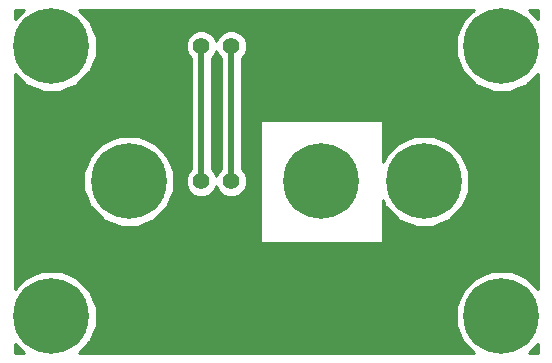
<source format=gtl>
G04 #@! TF.FileFunction,Copper,L1,Top,Signal*
%FSLAX46Y46*%
G04 Gerber Fmt 4.6, Leading zero omitted, Abs format (unit mm)*
G04 Created by KiCad (PCBNEW 4.0.4+e1-6308~48~ubuntu15.10.1-stable) date Fri Feb 24 14:21:57 2017*
%MOMM*%
%LPD*%
G01*
G04 APERTURE LIST*
%ADD10C,0.100000*%
%ADD11C,1.400000*%
%ADD12C,6.400000*%
%ADD13C,0.508000*%
%ADD14C,0.254000*%
G04 APERTURE END LIST*
D10*
D11*
X112395000Y-92075000D03*
X114935000Y-92075000D03*
X112395000Y-80645000D03*
X114935000Y-80645000D03*
D12*
X99695000Y-80645000D03*
X99695000Y-103505000D03*
X137795000Y-80645000D03*
X137795000Y-103505000D03*
X106245000Y-92075000D03*
X131245000Y-92075000D03*
X122555000Y-92075000D03*
D13*
X112395000Y-80645000D02*
X112395000Y-92075000D01*
X114935000Y-80645000D02*
X114935000Y-92075000D01*
D14*
G36*
X140895000Y-106605000D02*
X140117832Y-106605000D01*
X140895000Y-105829188D01*
X140895000Y-106605000D01*
X140895000Y-106605000D01*
G37*
X140895000Y-106605000D02*
X140117832Y-106605000D01*
X140895000Y-105829188D01*
X140895000Y-106605000D01*
G36*
X97370812Y-106605000D02*
X96595000Y-106605000D01*
X96595000Y-105827832D01*
X97370812Y-106605000D01*
X97370812Y-106605000D01*
G37*
X97370812Y-106605000D02*
X96595000Y-106605000D01*
X96595000Y-105827832D01*
X97370812Y-106605000D01*
G36*
X134583026Y-78432591D02*
X134558657Y-78450640D01*
X134554076Y-78461490D01*
X134545741Y-78469811D01*
X134257533Y-79163893D01*
X133965264Y-79856171D01*
X133965184Y-79867947D01*
X133960667Y-79878825D01*
X133960011Y-80630352D01*
X133954913Y-81381793D01*
X133959346Y-81392705D01*
X133959336Y-81404482D01*
X134246304Y-82098998D01*
X134529181Y-82795246D01*
X134541778Y-82814099D01*
X134541950Y-82814515D01*
X134542271Y-82814836D01*
X134558657Y-82839360D01*
X134589714Y-82862363D01*
X135582591Y-83856974D01*
X135600640Y-83881343D01*
X135611490Y-83885924D01*
X135619811Y-83894259D01*
X136313893Y-84182467D01*
X137006171Y-84474736D01*
X137017947Y-84474816D01*
X137028825Y-84479333D01*
X137780352Y-84479989D01*
X138531793Y-84485087D01*
X138542705Y-84480654D01*
X138554482Y-84480664D01*
X139248998Y-84193696D01*
X139945246Y-83910819D01*
X139964099Y-83898222D01*
X139964515Y-83898050D01*
X139964836Y-83897729D01*
X139989360Y-83881343D01*
X140012363Y-83850286D01*
X140895000Y-82969188D01*
X140895000Y-101182168D01*
X140007409Y-100293026D01*
X139989360Y-100268657D01*
X139978510Y-100264076D01*
X139970189Y-100255741D01*
X139276107Y-99967533D01*
X138583829Y-99675264D01*
X138572053Y-99675184D01*
X138561175Y-99670667D01*
X137809648Y-99670011D01*
X137058207Y-99664913D01*
X137047295Y-99669346D01*
X137035518Y-99669336D01*
X136341002Y-99956304D01*
X135644754Y-100239181D01*
X135625901Y-100251778D01*
X135625485Y-100251950D01*
X135625164Y-100252271D01*
X135600640Y-100268657D01*
X135577637Y-100299714D01*
X134583026Y-101292591D01*
X134558657Y-101310640D01*
X134554076Y-101321490D01*
X134545741Y-101329811D01*
X134257533Y-102023893D01*
X133965264Y-102716171D01*
X133965184Y-102727947D01*
X133960667Y-102738825D01*
X133960011Y-103490352D01*
X133954913Y-104241793D01*
X133959346Y-104252705D01*
X133959336Y-104264482D01*
X134246304Y-104958998D01*
X134529181Y-105655246D01*
X134541778Y-105674099D01*
X134541950Y-105674515D01*
X134542271Y-105674836D01*
X134558657Y-105699360D01*
X134589714Y-105722363D01*
X135470812Y-106605000D01*
X102017832Y-106605000D01*
X102906974Y-105717409D01*
X102931343Y-105699360D01*
X102935924Y-105688510D01*
X102944259Y-105680189D01*
X103232467Y-104986107D01*
X103524736Y-104293829D01*
X103524816Y-104282053D01*
X103529333Y-104271175D01*
X103529989Y-103519648D01*
X103535087Y-102768207D01*
X103530654Y-102757295D01*
X103530664Y-102745518D01*
X103243696Y-102051002D01*
X102960819Y-101354754D01*
X102948222Y-101335901D01*
X102948050Y-101335485D01*
X102947729Y-101335164D01*
X102931343Y-101310640D01*
X102900286Y-101287637D01*
X101907409Y-100293026D01*
X101889360Y-100268657D01*
X101878510Y-100264076D01*
X101870189Y-100255741D01*
X101176107Y-99967533D01*
X100483829Y-99675264D01*
X100472053Y-99675184D01*
X100461175Y-99670667D01*
X99709648Y-99670011D01*
X98958207Y-99664913D01*
X98947295Y-99669346D01*
X98935518Y-99669336D01*
X98241002Y-99956304D01*
X97544754Y-100239181D01*
X97525901Y-100251778D01*
X97525485Y-100251950D01*
X97525164Y-100252271D01*
X97500640Y-100268657D01*
X97477637Y-100299714D01*
X96595000Y-101180812D01*
X96595000Y-92811793D01*
X102404913Y-92811793D01*
X102409346Y-92822705D01*
X102409336Y-92834482D01*
X102696304Y-93528998D01*
X102979181Y-94225246D01*
X102991778Y-94244099D01*
X102991950Y-94244515D01*
X102992271Y-94244836D01*
X103008657Y-94269360D01*
X103039714Y-94292363D01*
X104032591Y-95286974D01*
X104050640Y-95311343D01*
X104061490Y-95315924D01*
X104069811Y-95324259D01*
X104763893Y-95612467D01*
X105456171Y-95904736D01*
X105467947Y-95904816D01*
X105478825Y-95909333D01*
X106230352Y-95909989D01*
X106981793Y-95915087D01*
X106992705Y-95910654D01*
X107004482Y-95910664D01*
X107698998Y-95623696D01*
X108395246Y-95340819D01*
X108414099Y-95328222D01*
X108414515Y-95328050D01*
X108414836Y-95327729D01*
X108439360Y-95311343D01*
X108462363Y-95280286D01*
X109456974Y-94287409D01*
X109481343Y-94269360D01*
X109485924Y-94258510D01*
X109494259Y-94250189D01*
X109782467Y-93556107D01*
X110074736Y-92863829D01*
X110074816Y-92852053D01*
X110079333Y-92841175D01*
X110079989Y-92089648D01*
X110085087Y-91338207D01*
X110080654Y-91327295D01*
X110080664Y-91315518D01*
X109793696Y-90621002D01*
X109510819Y-89924754D01*
X109498222Y-89905901D01*
X109498050Y-89905485D01*
X109497729Y-89905164D01*
X109481343Y-89880640D01*
X109450286Y-89857637D01*
X108457409Y-88863026D01*
X108439360Y-88838657D01*
X108428510Y-88834076D01*
X108420189Y-88825741D01*
X107726107Y-88537533D01*
X107033829Y-88245264D01*
X107022053Y-88245184D01*
X107011175Y-88240667D01*
X106259648Y-88240011D01*
X105508207Y-88234913D01*
X105497295Y-88239346D01*
X105485518Y-88239336D01*
X104791002Y-88526304D01*
X104094754Y-88809181D01*
X104075901Y-88821778D01*
X104075485Y-88821950D01*
X104075164Y-88822271D01*
X104050640Y-88838657D01*
X104027637Y-88869714D01*
X103033026Y-89862591D01*
X103008657Y-89880640D01*
X103004076Y-89891490D01*
X102995741Y-89899811D01*
X102707533Y-90593893D01*
X102415264Y-91286171D01*
X102415184Y-91297947D01*
X102410667Y-91308825D01*
X102410011Y-92060352D01*
X102404913Y-92811793D01*
X96595000Y-92811793D01*
X96595000Y-82967832D01*
X97482591Y-83856974D01*
X97500640Y-83881343D01*
X97511490Y-83885924D01*
X97519811Y-83894259D01*
X98213893Y-84182467D01*
X98906171Y-84474736D01*
X98917947Y-84474816D01*
X98928825Y-84479333D01*
X99680352Y-84479989D01*
X100431793Y-84485087D01*
X100442705Y-84480654D01*
X100454482Y-84480664D01*
X101148998Y-84193696D01*
X101845246Y-83910819D01*
X101864099Y-83898222D01*
X101864515Y-83898050D01*
X101864836Y-83897729D01*
X101889360Y-83881343D01*
X101912363Y-83850286D01*
X102906974Y-82857409D01*
X102931343Y-82839360D01*
X102935924Y-82828510D01*
X102944259Y-82820189D01*
X103232467Y-82126107D01*
X103524736Y-81433829D01*
X103524816Y-81422053D01*
X103529333Y-81411175D01*
X103529771Y-80909383D01*
X111059769Y-80909383D01*
X111262582Y-81400229D01*
X111506000Y-81644072D01*
X111506000Y-91076120D01*
X111263902Y-91317796D01*
X111060232Y-91808287D01*
X111059769Y-92339383D01*
X111262582Y-92830229D01*
X111637796Y-93206098D01*
X112128287Y-93409768D01*
X112659383Y-93410231D01*
X113150229Y-93207418D01*
X113526098Y-92832204D01*
X113665091Y-92497473D01*
X113802582Y-92830229D01*
X114177796Y-93206098D01*
X114668287Y-93409768D01*
X115199383Y-93410231D01*
X115690229Y-93207418D01*
X116066098Y-92832204D01*
X116269768Y-92341713D01*
X116270231Y-91810617D01*
X116067418Y-91319771D01*
X115824000Y-91075928D01*
X115824000Y-86995000D01*
X117348000Y-86995000D01*
X117348000Y-97155000D01*
X117356685Y-97201159D01*
X117383965Y-97243553D01*
X117425590Y-97271994D01*
X117475000Y-97282000D01*
X127635000Y-97282000D01*
X127681159Y-97273315D01*
X127723553Y-97246035D01*
X127751994Y-97204410D01*
X127762000Y-97155000D01*
X127762000Y-93690696D01*
X127979181Y-94225246D01*
X127991778Y-94244099D01*
X127991950Y-94244515D01*
X127992271Y-94244836D01*
X128008657Y-94269360D01*
X128039714Y-94292363D01*
X129032591Y-95286974D01*
X129050640Y-95311343D01*
X129061490Y-95315924D01*
X129069811Y-95324259D01*
X129763893Y-95612467D01*
X130456171Y-95904736D01*
X130467947Y-95904816D01*
X130478825Y-95909333D01*
X131230352Y-95909989D01*
X131981793Y-95915087D01*
X131992705Y-95910654D01*
X132004482Y-95910664D01*
X132698998Y-95623696D01*
X133395246Y-95340819D01*
X133414099Y-95328222D01*
X133414515Y-95328050D01*
X133414836Y-95327729D01*
X133439360Y-95311343D01*
X133462363Y-95280286D01*
X134456974Y-94287409D01*
X134481343Y-94269360D01*
X134485924Y-94258510D01*
X134494259Y-94250189D01*
X134782467Y-93556107D01*
X135074736Y-92863829D01*
X135074816Y-92852053D01*
X135079333Y-92841175D01*
X135079989Y-92089648D01*
X135085087Y-91338207D01*
X135080654Y-91327295D01*
X135080664Y-91315518D01*
X134793696Y-90621002D01*
X134510819Y-89924754D01*
X134498222Y-89905901D01*
X134498050Y-89905485D01*
X134497729Y-89905164D01*
X134481343Y-89880640D01*
X134450286Y-89857637D01*
X133457409Y-88863026D01*
X133439360Y-88838657D01*
X133428510Y-88834076D01*
X133420189Y-88825741D01*
X132726107Y-88537533D01*
X132033829Y-88245264D01*
X132022053Y-88245184D01*
X132011175Y-88240667D01*
X131259648Y-88240011D01*
X130508207Y-88234913D01*
X130497295Y-88239346D01*
X130485518Y-88239336D01*
X129791002Y-88526304D01*
X129094754Y-88809181D01*
X129075901Y-88821778D01*
X129075485Y-88821950D01*
X129075164Y-88822271D01*
X129050640Y-88838657D01*
X129027637Y-88869714D01*
X128033026Y-89862591D01*
X128008657Y-89880640D01*
X128004076Y-89891490D01*
X127995741Y-89899811D01*
X127762000Y-90462722D01*
X127762000Y-86995000D01*
X127753315Y-86948841D01*
X127726035Y-86906447D01*
X127684410Y-86878006D01*
X127635000Y-86868000D01*
X117475000Y-86868000D01*
X117428841Y-86876685D01*
X117386447Y-86903965D01*
X117358006Y-86945590D01*
X117348000Y-86995000D01*
X115824000Y-86995000D01*
X115824000Y-81643880D01*
X116066098Y-81402204D01*
X116269768Y-80911713D01*
X116270231Y-80380617D01*
X116067418Y-79889771D01*
X115692204Y-79513902D01*
X115201713Y-79310232D01*
X114670617Y-79309769D01*
X114179771Y-79512582D01*
X113803902Y-79887796D01*
X113664909Y-80222527D01*
X113527418Y-79889771D01*
X113152204Y-79513902D01*
X112661713Y-79310232D01*
X112130617Y-79309769D01*
X111639771Y-79512582D01*
X111263902Y-79887796D01*
X111060232Y-80378287D01*
X111059769Y-80909383D01*
X103529771Y-80909383D01*
X103529989Y-80659648D01*
X103535087Y-79908207D01*
X103530654Y-79897295D01*
X103530664Y-79885518D01*
X103243696Y-79191002D01*
X102960819Y-78494754D01*
X102948222Y-78475901D01*
X102948050Y-78475485D01*
X102947729Y-78475164D01*
X102931343Y-78450640D01*
X102900286Y-78427637D01*
X102019188Y-77545000D01*
X135472168Y-77545000D01*
X134583026Y-78432591D01*
X134583026Y-78432591D01*
G37*
X134583026Y-78432591D02*
X134558657Y-78450640D01*
X134554076Y-78461490D01*
X134545741Y-78469811D01*
X134257533Y-79163893D01*
X133965264Y-79856171D01*
X133965184Y-79867947D01*
X133960667Y-79878825D01*
X133960011Y-80630352D01*
X133954913Y-81381793D01*
X133959346Y-81392705D01*
X133959336Y-81404482D01*
X134246304Y-82098998D01*
X134529181Y-82795246D01*
X134541778Y-82814099D01*
X134541950Y-82814515D01*
X134542271Y-82814836D01*
X134558657Y-82839360D01*
X134589714Y-82862363D01*
X135582591Y-83856974D01*
X135600640Y-83881343D01*
X135611490Y-83885924D01*
X135619811Y-83894259D01*
X136313893Y-84182467D01*
X137006171Y-84474736D01*
X137017947Y-84474816D01*
X137028825Y-84479333D01*
X137780352Y-84479989D01*
X138531793Y-84485087D01*
X138542705Y-84480654D01*
X138554482Y-84480664D01*
X139248998Y-84193696D01*
X139945246Y-83910819D01*
X139964099Y-83898222D01*
X139964515Y-83898050D01*
X139964836Y-83897729D01*
X139989360Y-83881343D01*
X140012363Y-83850286D01*
X140895000Y-82969188D01*
X140895000Y-101182168D01*
X140007409Y-100293026D01*
X139989360Y-100268657D01*
X139978510Y-100264076D01*
X139970189Y-100255741D01*
X139276107Y-99967533D01*
X138583829Y-99675264D01*
X138572053Y-99675184D01*
X138561175Y-99670667D01*
X137809648Y-99670011D01*
X137058207Y-99664913D01*
X137047295Y-99669346D01*
X137035518Y-99669336D01*
X136341002Y-99956304D01*
X135644754Y-100239181D01*
X135625901Y-100251778D01*
X135625485Y-100251950D01*
X135625164Y-100252271D01*
X135600640Y-100268657D01*
X135577637Y-100299714D01*
X134583026Y-101292591D01*
X134558657Y-101310640D01*
X134554076Y-101321490D01*
X134545741Y-101329811D01*
X134257533Y-102023893D01*
X133965264Y-102716171D01*
X133965184Y-102727947D01*
X133960667Y-102738825D01*
X133960011Y-103490352D01*
X133954913Y-104241793D01*
X133959346Y-104252705D01*
X133959336Y-104264482D01*
X134246304Y-104958998D01*
X134529181Y-105655246D01*
X134541778Y-105674099D01*
X134541950Y-105674515D01*
X134542271Y-105674836D01*
X134558657Y-105699360D01*
X134589714Y-105722363D01*
X135470812Y-106605000D01*
X102017832Y-106605000D01*
X102906974Y-105717409D01*
X102931343Y-105699360D01*
X102935924Y-105688510D01*
X102944259Y-105680189D01*
X103232467Y-104986107D01*
X103524736Y-104293829D01*
X103524816Y-104282053D01*
X103529333Y-104271175D01*
X103529989Y-103519648D01*
X103535087Y-102768207D01*
X103530654Y-102757295D01*
X103530664Y-102745518D01*
X103243696Y-102051002D01*
X102960819Y-101354754D01*
X102948222Y-101335901D01*
X102948050Y-101335485D01*
X102947729Y-101335164D01*
X102931343Y-101310640D01*
X102900286Y-101287637D01*
X101907409Y-100293026D01*
X101889360Y-100268657D01*
X101878510Y-100264076D01*
X101870189Y-100255741D01*
X101176107Y-99967533D01*
X100483829Y-99675264D01*
X100472053Y-99675184D01*
X100461175Y-99670667D01*
X99709648Y-99670011D01*
X98958207Y-99664913D01*
X98947295Y-99669346D01*
X98935518Y-99669336D01*
X98241002Y-99956304D01*
X97544754Y-100239181D01*
X97525901Y-100251778D01*
X97525485Y-100251950D01*
X97525164Y-100252271D01*
X97500640Y-100268657D01*
X97477637Y-100299714D01*
X96595000Y-101180812D01*
X96595000Y-92811793D01*
X102404913Y-92811793D01*
X102409346Y-92822705D01*
X102409336Y-92834482D01*
X102696304Y-93528998D01*
X102979181Y-94225246D01*
X102991778Y-94244099D01*
X102991950Y-94244515D01*
X102992271Y-94244836D01*
X103008657Y-94269360D01*
X103039714Y-94292363D01*
X104032591Y-95286974D01*
X104050640Y-95311343D01*
X104061490Y-95315924D01*
X104069811Y-95324259D01*
X104763893Y-95612467D01*
X105456171Y-95904736D01*
X105467947Y-95904816D01*
X105478825Y-95909333D01*
X106230352Y-95909989D01*
X106981793Y-95915087D01*
X106992705Y-95910654D01*
X107004482Y-95910664D01*
X107698998Y-95623696D01*
X108395246Y-95340819D01*
X108414099Y-95328222D01*
X108414515Y-95328050D01*
X108414836Y-95327729D01*
X108439360Y-95311343D01*
X108462363Y-95280286D01*
X109456974Y-94287409D01*
X109481343Y-94269360D01*
X109485924Y-94258510D01*
X109494259Y-94250189D01*
X109782467Y-93556107D01*
X110074736Y-92863829D01*
X110074816Y-92852053D01*
X110079333Y-92841175D01*
X110079989Y-92089648D01*
X110085087Y-91338207D01*
X110080654Y-91327295D01*
X110080664Y-91315518D01*
X109793696Y-90621002D01*
X109510819Y-89924754D01*
X109498222Y-89905901D01*
X109498050Y-89905485D01*
X109497729Y-89905164D01*
X109481343Y-89880640D01*
X109450286Y-89857637D01*
X108457409Y-88863026D01*
X108439360Y-88838657D01*
X108428510Y-88834076D01*
X108420189Y-88825741D01*
X107726107Y-88537533D01*
X107033829Y-88245264D01*
X107022053Y-88245184D01*
X107011175Y-88240667D01*
X106259648Y-88240011D01*
X105508207Y-88234913D01*
X105497295Y-88239346D01*
X105485518Y-88239336D01*
X104791002Y-88526304D01*
X104094754Y-88809181D01*
X104075901Y-88821778D01*
X104075485Y-88821950D01*
X104075164Y-88822271D01*
X104050640Y-88838657D01*
X104027637Y-88869714D01*
X103033026Y-89862591D01*
X103008657Y-89880640D01*
X103004076Y-89891490D01*
X102995741Y-89899811D01*
X102707533Y-90593893D01*
X102415264Y-91286171D01*
X102415184Y-91297947D01*
X102410667Y-91308825D01*
X102410011Y-92060352D01*
X102404913Y-92811793D01*
X96595000Y-92811793D01*
X96595000Y-82967832D01*
X97482591Y-83856974D01*
X97500640Y-83881343D01*
X97511490Y-83885924D01*
X97519811Y-83894259D01*
X98213893Y-84182467D01*
X98906171Y-84474736D01*
X98917947Y-84474816D01*
X98928825Y-84479333D01*
X99680352Y-84479989D01*
X100431793Y-84485087D01*
X100442705Y-84480654D01*
X100454482Y-84480664D01*
X101148998Y-84193696D01*
X101845246Y-83910819D01*
X101864099Y-83898222D01*
X101864515Y-83898050D01*
X101864836Y-83897729D01*
X101889360Y-83881343D01*
X101912363Y-83850286D01*
X102906974Y-82857409D01*
X102931343Y-82839360D01*
X102935924Y-82828510D01*
X102944259Y-82820189D01*
X103232467Y-82126107D01*
X103524736Y-81433829D01*
X103524816Y-81422053D01*
X103529333Y-81411175D01*
X103529771Y-80909383D01*
X111059769Y-80909383D01*
X111262582Y-81400229D01*
X111506000Y-81644072D01*
X111506000Y-91076120D01*
X111263902Y-91317796D01*
X111060232Y-91808287D01*
X111059769Y-92339383D01*
X111262582Y-92830229D01*
X111637796Y-93206098D01*
X112128287Y-93409768D01*
X112659383Y-93410231D01*
X113150229Y-93207418D01*
X113526098Y-92832204D01*
X113665091Y-92497473D01*
X113802582Y-92830229D01*
X114177796Y-93206098D01*
X114668287Y-93409768D01*
X115199383Y-93410231D01*
X115690229Y-93207418D01*
X116066098Y-92832204D01*
X116269768Y-92341713D01*
X116270231Y-91810617D01*
X116067418Y-91319771D01*
X115824000Y-91075928D01*
X115824000Y-86995000D01*
X117348000Y-86995000D01*
X117348000Y-97155000D01*
X117356685Y-97201159D01*
X117383965Y-97243553D01*
X117425590Y-97271994D01*
X117475000Y-97282000D01*
X127635000Y-97282000D01*
X127681159Y-97273315D01*
X127723553Y-97246035D01*
X127751994Y-97204410D01*
X127762000Y-97155000D01*
X127762000Y-93690696D01*
X127979181Y-94225246D01*
X127991778Y-94244099D01*
X127991950Y-94244515D01*
X127992271Y-94244836D01*
X128008657Y-94269360D01*
X128039714Y-94292363D01*
X129032591Y-95286974D01*
X129050640Y-95311343D01*
X129061490Y-95315924D01*
X129069811Y-95324259D01*
X129763893Y-95612467D01*
X130456171Y-95904736D01*
X130467947Y-95904816D01*
X130478825Y-95909333D01*
X131230352Y-95909989D01*
X131981793Y-95915087D01*
X131992705Y-95910654D01*
X132004482Y-95910664D01*
X132698998Y-95623696D01*
X133395246Y-95340819D01*
X133414099Y-95328222D01*
X133414515Y-95328050D01*
X133414836Y-95327729D01*
X133439360Y-95311343D01*
X133462363Y-95280286D01*
X134456974Y-94287409D01*
X134481343Y-94269360D01*
X134485924Y-94258510D01*
X134494259Y-94250189D01*
X134782467Y-93556107D01*
X135074736Y-92863829D01*
X135074816Y-92852053D01*
X135079333Y-92841175D01*
X135079989Y-92089648D01*
X135085087Y-91338207D01*
X135080654Y-91327295D01*
X135080664Y-91315518D01*
X134793696Y-90621002D01*
X134510819Y-89924754D01*
X134498222Y-89905901D01*
X134498050Y-89905485D01*
X134497729Y-89905164D01*
X134481343Y-89880640D01*
X134450286Y-89857637D01*
X133457409Y-88863026D01*
X133439360Y-88838657D01*
X133428510Y-88834076D01*
X133420189Y-88825741D01*
X132726107Y-88537533D01*
X132033829Y-88245264D01*
X132022053Y-88245184D01*
X132011175Y-88240667D01*
X131259648Y-88240011D01*
X130508207Y-88234913D01*
X130497295Y-88239346D01*
X130485518Y-88239336D01*
X129791002Y-88526304D01*
X129094754Y-88809181D01*
X129075901Y-88821778D01*
X129075485Y-88821950D01*
X129075164Y-88822271D01*
X129050640Y-88838657D01*
X129027637Y-88869714D01*
X128033026Y-89862591D01*
X128008657Y-89880640D01*
X128004076Y-89891490D01*
X127995741Y-89899811D01*
X127762000Y-90462722D01*
X127762000Y-86995000D01*
X127753315Y-86948841D01*
X127726035Y-86906447D01*
X127684410Y-86878006D01*
X127635000Y-86868000D01*
X117475000Y-86868000D01*
X117428841Y-86876685D01*
X117386447Y-86903965D01*
X117358006Y-86945590D01*
X117348000Y-86995000D01*
X115824000Y-86995000D01*
X115824000Y-81643880D01*
X116066098Y-81402204D01*
X116269768Y-80911713D01*
X116270231Y-80380617D01*
X116067418Y-79889771D01*
X115692204Y-79513902D01*
X115201713Y-79310232D01*
X114670617Y-79309769D01*
X114179771Y-79512582D01*
X113803902Y-79887796D01*
X113664909Y-80222527D01*
X113527418Y-79889771D01*
X113152204Y-79513902D01*
X112661713Y-79310232D01*
X112130617Y-79309769D01*
X111639771Y-79512582D01*
X111263902Y-79887796D01*
X111060232Y-80378287D01*
X111059769Y-80909383D01*
X103529771Y-80909383D01*
X103529989Y-80659648D01*
X103535087Y-79908207D01*
X103530654Y-79897295D01*
X103530664Y-79885518D01*
X103243696Y-79191002D01*
X102960819Y-78494754D01*
X102948222Y-78475901D01*
X102948050Y-78475485D01*
X102947729Y-78475164D01*
X102931343Y-78450640D01*
X102900286Y-78427637D01*
X102019188Y-77545000D01*
X135472168Y-77545000D01*
X134583026Y-78432591D01*
G36*
X113802582Y-81400229D02*
X114046000Y-81644072D01*
X114046000Y-91076120D01*
X113803902Y-91317796D01*
X113664909Y-91652527D01*
X113527418Y-91319771D01*
X113284000Y-91075928D01*
X113284000Y-81643880D01*
X113526098Y-81402204D01*
X113665091Y-81067473D01*
X113802582Y-81400229D01*
X113802582Y-81400229D01*
G37*
X113802582Y-81400229D02*
X114046000Y-81644072D01*
X114046000Y-91076120D01*
X113803902Y-91317796D01*
X113664909Y-91652527D01*
X113527418Y-91319771D01*
X113284000Y-91075928D01*
X113284000Y-81643880D01*
X113526098Y-81402204D01*
X113665091Y-81067473D01*
X113802582Y-81400229D01*
G36*
X140895000Y-78322168D02*
X140119188Y-77545000D01*
X140895000Y-77545000D01*
X140895000Y-78322168D01*
X140895000Y-78322168D01*
G37*
X140895000Y-78322168D02*
X140119188Y-77545000D01*
X140895000Y-77545000D01*
X140895000Y-78322168D01*
G36*
X96595000Y-78320812D02*
X96595000Y-77545000D01*
X97372168Y-77545000D01*
X96595000Y-78320812D01*
X96595000Y-78320812D01*
G37*
X96595000Y-78320812D02*
X96595000Y-77545000D01*
X97372168Y-77545000D01*
X96595000Y-78320812D01*
M02*

</source>
